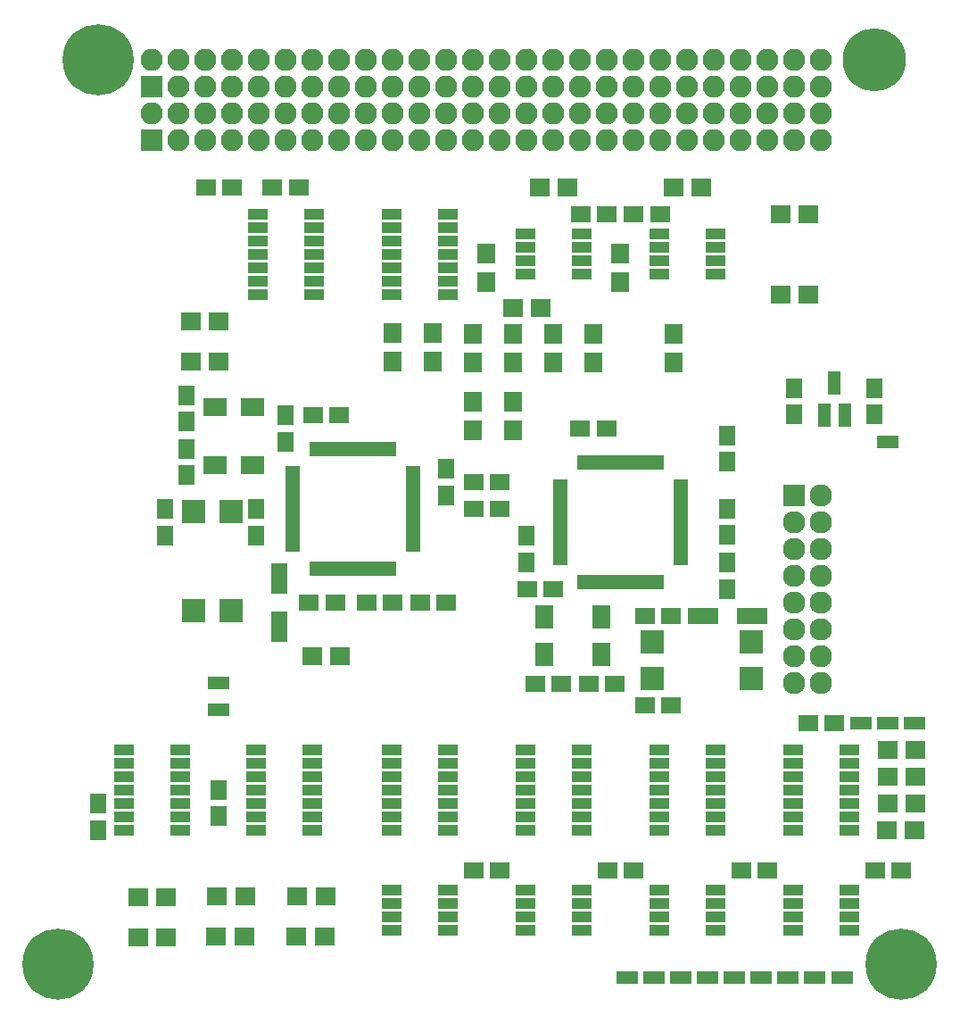
<source format=gts>
%TF.GenerationSoftware,KiCad,Pcbnew,4.0.7*%
%TF.CreationDate,2018-02-11T18:04:31-06:00*%
%TF.ProjectId,motherboard,6D6F74686572626F6172642E6B696361,rev?*%
%TF.FileFunction,Soldermask,Top*%
%FSLAX46Y46*%
G04 Gerber Fmt 4.6, Leading zero omitted, Abs format (unit mm)*
G04 Created by KiCad (PCBNEW 4.0.7) date Sun Feb 11 18:04:31 2018*
%MOMM*%
%LPD*%
G01*
G04 APERTURE LIST*
%ADD10C,0.100000*%
%ADD11R,1.900000X1.000000*%
%ADD12R,0.650000X1.400000*%
%ADD13R,1.400000X0.650000*%
%ADD14R,1.900000X1.700000*%
%ADD15R,1.650000X1.900000*%
%ADD16R,2.000000X1.200000*%
%ADD17R,1.950000X1.000000*%
%ADD18R,2.300000X1.700000*%
%ADD19R,1.900000X1.650000*%
%ADD20R,1.598880X2.998420*%
%ADD21R,1.598880X3.000960*%
%ADD22R,2.998420X1.598880*%
%ADD23R,3.000960X1.598880*%
%ADD24R,1.700000X1.900000*%
%ADD25R,1.200100X2.200860*%
%ADD26R,2.200000X2.200000*%
%ADD27R,1.700000X2.300000*%
%ADD28C,6.750000*%
%ADD29C,5.988000*%
%ADD30R,2.127200X2.127200*%
%ADD31O,2.127200X2.127200*%
%ADD32R,2.100000X2.100000*%
%ADD33O,2.100000X2.100000*%
G04 APERTURE END LIST*
D10*
D11*
X149700000Y-66040000D03*
X149700000Y-67310000D03*
X149700000Y-68580000D03*
X149700000Y-69850000D03*
X149700000Y-71120000D03*
X149700000Y-72390000D03*
X149700000Y-73660000D03*
X155100000Y-73660000D03*
X155100000Y-72390000D03*
X155100000Y-71120000D03*
X155100000Y-69850000D03*
X155100000Y-68580000D03*
X155100000Y-67310000D03*
X155100000Y-66040000D03*
D12*
X167700000Y-100950000D03*
X168200000Y-100950000D03*
X168700000Y-100950000D03*
X169200000Y-100950000D03*
X169700000Y-100950000D03*
X170200000Y-100950000D03*
X170700000Y-100950000D03*
X171200000Y-100950000D03*
X171700000Y-100950000D03*
X172200000Y-100950000D03*
X172700000Y-100950000D03*
X173200000Y-100950000D03*
X173700000Y-100950000D03*
X174200000Y-100950000D03*
X174700000Y-100950000D03*
X175200000Y-100950000D03*
D13*
X177150000Y-99000000D03*
X177150000Y-98500000D03*
X177150000Y-98000000D03*
X177150000Y-97500000D03*
X177150000Y-97000000D03*
X177150000Y-96500000D03*
X177150000Y-96000000D03*
X177150000Y-95500000D03*
X177150000Y-95000000D03*
X177150000Y-94500000D03*
X177150000Y-94000000D03*
X177150000Y-93500000D03*
X177150000Y-93000000D03*
X177150000Y-92500000D03*
X177150000Y-92000000D03*
X177150000Y-91500000D03*
D12*
X175200000Y-89550000D03*
X174700000Y-89550000D03*
X174200000Y-89550000D03*
X173700000Y-89550000D03*
X173200000Y-89550000D03*
X172700000Y-89550000D03*
X172200000Y-89550000D03*
X171700000Y-89550000D03*
X171200000Y-89550000D03*
X170700000Y-89550000D03*
X170200000Y-89550000D03*
X169700000Y-89550000D03*
X169200000Y-89550000D03*
X168700000Y-89550000D03*
X168200000Y-89550000D03*
X167700000Y-89550000D03*
D13*
X165750000Y-91500000D03*
X165750000Y-92000000D03*
X165750000Y-92500000D03*
X165750000Y-93000000D03*
X165750000Y-93500000D03*
X165750000Y-94000000D03*
X165750000Y-94500000D03*
X165750000Y-95000000D03*
X165750000Y-95500000D03*
X165750000Y-96000000D03*
X165750000Y-96500000D03*
X165750000Y-97000000D03*
X165750000Y-97500000D03*
X165750000Y-98000000D03*
X165750000Y-98500000D03*
X165750000Y-99000000D03*
X140350000Y-90230000D03*
X140350000Y-90730000D03*
X140350000Y-91230000D03*
X140350000Y-91730000D03*
X140350000Y-92230000D03*
X140350000Y-92730000D03*
X140350000Y-93230000D03*
X140350000Y-93730000D03*
X140350000Y-94230000D03*
X140350000Y-94730000D03*
X140350000Y-95230000D03*
X140350000Y-95730000D03*
X140350000Y-96230000D03*
X140350000Y-96730000D03*
X140350000Y-97230000D03*
X140350000Y-97730000D03*
D12*
X142300000Y-99680000D03*
X142800000Y-99680000D03*
X143300000Y-99680000D03*
X143800000Y-99680000D03*
X144300000Y-99680000D03*
X144800000Y-99680000D03*
X145300000Y-99680000D03*
X145800000Y-99680000D03*
X146300000Y-99680000D03*
X146800000Y-99680000D03*
X147300000Y-99680000D03*
X147800000Y-99680000D03*
X148300000Y-99680000D03*
X148800000Y-99680000D03*
X149300000Y-99680000D03*
X149800000Y-99680000D03*
D13*
X151750000Y-97730000D03*
X151750000Y-97230000D03*
X151750000Y-96730000D03*
X151750000Y-96230000D03*
X151750000Y-95730000D03*
X151750000Y-95230000D03*
X151750000Y-94730000D03*
X151750000Y-94230000D03*
X151750000Y-93730000D03*
X151750000Y-93230000D03*
X151750000Y-92730000D03*
X151750000Y-92230000D03*
X151750000Y-91730000D03*
X151750000Y-91230000D03*
X151750000Y-90730000D03*
X151750000Y-90230000D03*
D12*
X149800000Y-88280000D03*
X149300000Y-88280000D03*
X148800000Y-88280000D03*
X148300000Y-88280000D03*
X147800000Y-88280000D03*
X147300000Y-88280000D03*
X146800000Y-88280000D03*
X146300000Y-88280000D03*
X145800000Y-88280000D03*
X145300000Y-88280000D03*
X144800000Y-88280000D03*
X144300000Y-88280000D03*
X143800000Y-88280000D03*
X143300000Y-88280000D03*
X142800000Y-88280000D03*
X142300000Y-88280000D03*
D14*
X186610000Y-73660000D03*
X189310000Y-73660000D03*
D15*
X128270000Y-96500000D03*
X128270000Y-94000000D03*
D11*
X162400000Y-116840000D03*
X162400000Y-118110000D03*
X162400000Y-119380000D03*
X162400000Y-120650000D03*
X162400000Y-121920000D03*
X162400000Y-123190000D03*
X162400000Y-124460000D03*
X167800000Y-124460000D03*
X167800000Y-123190000D03*
X167800000Y-121920000D03*
X167800000Y-120650000D03*
X167800000Y-119380000D03*
X167800000Y-118110000D03*
X167800000Y-116840000D03*
D16*
X189865000Y-138430000D03*
D17*
X187800000Y-130175000D03*
X187800000Y-131445000D03*
X187800000Y-132715000D03*
X187800000Y-133985000D03*
X193200000Y-133985000D03*
X193200000Y-132715000D03*
X193200000Y-131445000D03*
X193200000Y-130175000D03*
X175100000Y-130175000D03*
X175100000Y-131445000D03*
X175100000Y-132715000D03*
X175100000Y-133985000D03*
X180500000Y-133985000D03*
X180500000Y-132715000D03*
X180500000Y-131445000D03*
X180500000Y-130175000D03*
D18*
X136497000Y-84372000D03*
X132997000Y-84372000D03*
X136497000Y-89872000D03*
X132997000Y-89872000D03*
D19*
X172700000Y-128270000D03*
X170200000Y-128270000D03*
D15*
X139700000Y-85110000D03*
X139700000Y-87610000D03*
D19*
X141879000Y-102870000D03*
X144379000Y-102870000D03*
X149840000Y-102870000D03*
X147340000Y-102870000D03*
X154920000Y-102870000D03*
X152420000Y-102870000D03*
D15*
X154940000Y-92690000D03*
X154940000Y-90190000D03*
X130302000Y-85705000D03*
X130302000Y-83205000D03*
X130302000Y-88285000D03*
X130302000Y-90785000D03*
D19*
X144760000Y-85090000D03*
X142260000Y-85090000D03*
D15*
X136906000Y-96500000D03*
X136906000Y-94000000D03*
X187960000Y-85050000D03*
X187960000Y-82550000D03*
X195580000Y-85050000D03*
X195580000Y-82550000D03*
D19*
X162580000Y-101600000D03*
X165080000Y-101600000D03*
D15*
X181610000Y-101580000D03*
X181610000Y-99080000D03*
X181610000Y-87015000D03*
X181610000Y-89515000D03*
X181610000Y-96480000D03*
X181610000Y-93980000D03*
D19*
X170140000Y-86360000D03*
X167640000Y-86360000D03*
X165842000Y-110617000D03*
X163342000Y-110617000D03*
X168422000Y-110617000D03*
X170922000Y-110617000D03*
D15*
X162560000Y-96560000D03*
X162560000Y-99060000D03*
D19*
X176256000Y-112649000D03*
X173756000Y-112649000D03*
X176256000Y-104140000D03*
X173756000Y-104140000D03*
X160000000Y-128270000D03*
X157500000Y-128270000D03*
X185400000Y-128270000D03*
X182900000Y-128270000D03*
X198100000Y-128270000D03*
X195600000Y-128270000D03*
D20*
X139065000Y-100568760D03*
D21*
X139065000Y-105171240D03*
D22*
X179308760Y-104140000D03*
D23*
X183911240Y-104140000D03*
D24*
X176530000Y-80090000D03*
X176530000Y-77390000D03*
D14*
X144860000Y-107950000D03*
X142160000Y-107950000D03*
D24*
X168910000Y-80090000D03*
X168910000Y-77390000D03*
X165100000Y-80090000D03*
X165100000Y-77390000D03*
X161290000Y-86520000D03*
X161290000Y-83820000D03*
X157480000Y-86520000D03*
X157480000Y-83820000D03*
X157480000Y-80090000D03*
X157480000Y-77390000D03*
X153670000Y-80010000D03*
X153670000Y-77310000D03*
X149860000Y-80010000D03*
X149860000Y-77310000D03*
D14*
X125650000Y-134620000D03*
X128350000Y-134620000D03*
X133137137Y-130758947D03*
X135837137Y-130758947D03*
X133057137Y-134568947D03*
X135757137Y-134568947D03*
X140757137Y-130758947D03*
X143457137Y-130758947D03*
X140677137Y-134568947D03*
X143377137Y-134568947D03*
X125650000Y-130810000D03*
X128350000Y-130810000D03*
D24*
X161290000Y-80090000D03*
X161290000Y-77390000D03*
D14*
X186610000Y-66040000D03*
X189310000Y-66040000D03*
D24*
X158750000Y-69770000D03*
X158750000Y-72470000D03*
D14*
X161210000Y-74930000D03*
X163910000Y-74930000D03*
D24*
X171450000Y-69770000D03*
X171450000Y-72470000D03*
D14*
X163750000Y-63500000D03*
X166450000Y-63500000D03*
X179150000Y-63500000D03*
X176450000Y-63500000D03*
D16*
X194310000Y-114300000D03*
X196850000Y-114300000D03*
X199390000Y-114300000D03*
X196850000Y-87630000D03*
X133350000Y-110490000D03*
X133350000Y-113030000D03*
X172085000Y-138430000D03*
X174625000Y-138430000D03*
X184785000Y-138430000D03*
X179705000Y-138430000D03*
X182245000Y-138430000D03*
X177165000Y-138430000D03*
X187325000Y-138430000D03*
X192532000Y-138430000D03*
D25*
X190820000Y-85090000D03*
X192720000Y-85090000D03*
X191770000Y-82087720D03*
D11*
X187800000Y-116840000D03*
X187800000Y-118110000D03*
X187800000Y-119380000D03*
X187800000Y-120650000D03*
X187800000Y-121920000D03*
X187800000Y-123190000D03*
X187800000Y-124460000D03*
X193200000Y-124460000D03*
X193200000Y-123190000D03*
X193200000Y-121920000D03*
X193200000Y-120650000D03*
X193200000Y-119380000D03*
X193200000Y-118110000D03*
X193200000Y-116840000D03*
X137000000Y-66040000D03*
X137000000Y-67310000D03*
X137000000Y-68580000D03*
X137000000Y-69850000D03*
X137000000Y-71120000D03*
X137000000Y-72390000D03*
X137000000Y-73660000D03*
X142400000Y-73660000D03*
X142400000Y-72390000D03*
X142400000Y-71120000D03*
X142400000Y-69850000D03*
X142400000Y-68580000D03*
X142400000Y-67310000D03*
X142400000Y-66040000D03*
D17*
X149700000Y-130175000D03*
X149700000Y-131445000D03*
X149700000Y-132715000D03*
X149700000Y-133985000D03*
X155100000Y-133985000D03*
X155100000Y-132715000D03*
X155100000Y-131445000D03*
X155100000Y-130175000D03*
X162400000Y-130175000D03*
X162400000Y-131445000D03*
X162400000Y-132715000D03*
X162400000Y-133985000D03*
X167800000Y-133985000D03*
X167800000Y-132715000D03*
X167800000Y-131445000D03*
X167800000Y-130175000D03*
D11*
X149700000Y-116840000D03*
X149700000Y-118110000D03*
X149700000Y-119380000D03*
X149700000Y-120650000D03*
X149700000Y-121920000D03*
X149700000Y-123190000D03*
X149700000Y-124460000D03*
X155100000Y-124460000D03*
X155100000Y-123190000D03*
X155100000Y-121920000D03*
X155100000Y-120650000D03*
X155100000Y-119380000D03*
X155100000Y-118110000D03*
X155100000Y-116840000D03*
X124300000Y-116840000D03*
X124300000Y-118110000D03*
X124300000Y-119380000D03*
X124300000Y-120650000D03*
X124300000Y-121920000D03*
X124300000Y-123190000D03*
X124300000Y-124460000D03*
X129700000Y-124460000D03*
X129700000Y-123190000D03*
X129700000Y-121920000D03*
X129700000Y-120650000D03*
X129700000Y-119380000D03*
X129700000Y-118110000D03*
X129700000Y-116840000D03*
D17*
X162400000Y-67945000D03*
X162400000Y-69215000D03*
X162400000Y-70485000D03*
X162400000Y-71755000D03*
X167800000Y-71755000D03*
X167800000Y-70485000D03*
X167800000Y-69215000D03*
X167800000Y-67945000D03*
X175100000Y-67945000D03*
X175100000Y-69215000D03*
X175100000Y-70485000D03*
X175100000Y-71755000D03*
X180500000Y-71755000D03*
X180500000Y-70485000D03*
X180500000Y-69215000D03*
X180500000Y-67945000D03*
D11*
X175100000Y-116840000D03*
X175100000Y-118110000D03*
X175100000Y-119380000D03*
X175100000Y-120650000D03*
X175100000Y-121920000D03*
X175100000Y-123190000D03*
X175100000Y-124460000D03*
X180500000Y-124460000D03*
X180500000Y-123190000D03*
X180500000Y-121920000D03*
X180500000Y-120650000D03*
X180500000Y-119380000D03*
X180500000Y-118110000D03*
X180500000Y-116840000D03*
X136840000Y-116840000D03*
X136840000Y-118110000D03*
X136840000Y-119380000D03*
X136840000Y-120650000D03*
X136840000Y-121920000D03*
X136840000Y-123190000D03*
X136840000Y-124460000D03*
X142240000Y-124460000D03*
X142240000Y-123190000D03*
X142240000Y-121920000D03*
X142240000Y-120650000D03*
X142240000Y-119380000D03*
X142240000Y-118110000D03*
X142240000Y-116840000D03*
D26*
X134465000Y-94233000D03*
X130965000Y-94233000D03*
X134465000Y-103633000D03*
X130965000Y-103633000D03*
D27*
X164172000Y-104267000D03*
X164172000Y-107767000D03*
X169672000Y-104267000D03*
X169672000Y-107767000D03*
D26*
X174497000Y-106581000D03*
X174497000Y-110081000D03*
X183897000Y-106581000D03*
X183897000Y-110081000D03*
D28*
X118110000Y-137160000D03*
X198120000Y-137160000D03*
D29*
X195580000Y-51435000D03*
D28*
X121920000Y-51435000D03*
D30*
X187960000Y-92710000D03*
D31*
X190500000Y-92710000D03*
X187960000Y-95250000D03*
X190500000Y-95250000D03*
X187960000Y-97790000D03*
X190500000Y-97790000D03*
X187960000Y-100330000D03*
X190500000Y-100330000D03*
X187960000Y-102870000D03*
X190500000Y-102870000D03*
X187960000Y-105410000D03*
X190500000Y-105410000D03*
X187960000Y-107950000D03*
X190500000Y-107950000D03*
X187960000Y-110490000D03*
X190500000Y-110490000D03*
D19*
X160020000Y-91440000D03*
X157520000Y-91440000D03*
X157520000Y-93980000D03*
X160020000Y-93980000D03*
X191770000Y-114300000D03*
X189270000Y-114300000D03*
D15*
X121920000Y-121960000D03*
X121920000Y-124460000D03*
D19*
X167660000Y-66040000D03*
X170160000Y-66040000D03*
X175220000Y-66040000D03*
X172720000Y-66040000D03*
D15*
X133350000Y-120650000D03*
X133350000Y-123150000D03*
D14*
X196690000Y-124460000D03*
X199390000Y-124460000D03*
X196770000Y-121920000D03*
X199470000Y-121920000D03*
X196770000Y-119380000D03*
X199470000Y-119380000D03*
X196770000Y-116840000D03*
X199470000Y-116840000D03*
X130650000Y-80010000D03*
X133350000Y-80010000D03*
X130650000Y-76200000D03*
X133350000Y-76200000D03*
D19*
X140930000Y-63500000D03*
X138430000Y-63500000D03*
X132120000Y-63500000D03*
X134620000Y-63500000D03*
D32*
X127000000Y-59055000D03*
D33*
X127000000Y-56515000D03*
X129540000Y-59055000D03*
X129540000Y-56515000D03*
X132080000Y-59055000D03*
X132080000Y-56515000D03*
X134620000Y-59055000D03*
X134620000Y-56515000D03*
X137160000Y-59055000D03*
X137160000Y-56515000D03*
X139700000Y-59055000D03*
X139700000Y-56515000D03*
X142240000Y-59055000D03*
X142240000Y-56515000D03*
X144780000Y-59055000D03*
X144780000Y-56515000D03*
X147320000Y-59055000D03*
X147320000Y-56515000D03*
X149860000Y-59055000D03*
X149860000Y-56515000D03*
X152400000Y-59055000D03*
X152400000Y-56515000D03*
X154940000Y-59055000D03*
X154940000Y-56515000D03*
X157480000Y-59055000D03*
X157480000Y-56515000D03*
X160020000Y-59055000D03*
X160020000Y-56515000D03*
X162560000Y-59055000D03*
X162560000Y-56515000D03*
X165100000Y-59055000D03*
X165100000Y-56515000D03*
X167640000Y-59055000D03*
X167640000Y-56515000D03*
X170180000Y-59055000D03*
X170180000Y-56515000D03*
X172720000Y-59055000D03*
X172720000Y-56515000D03*
X175260000Y-59055000D03*
X175260000Y-56515000D03*
X177800000Y-59055000D03*
X177800000Y-56515000D03*
X180340000Y-59055000D03*
X180340000Y-56515000D03*
X182880000Y-59055000D03*
X182880000Y-56515000D03*
X185420000Y-59055000D03*
X185420000Y-56515000D03*
X187960000Y-59055000D03*
X187960000Y-56515000D03*
X190500000Y-59055000D03*
X190500000Y-56515000D03*
D32*
X127000000Y-53975000D03*
D33*
X127000000Y-51435000D03*
X129540000Y-53975000D03*
X129540000Y-51435000D03*
X132080000Y-53975000D03*
X132080000Y-51435000D03*
X134620000Y-53975000D03*
X134620000Y-51435000D03*
X137160000Y-53975000D03*
X137160000Y-51435000D03*
X139700000Y-53975000D03*
X139700000Y-51435000D03*
X142240000Y-53975000D03*
X142240000Y-51435000D03*
X144780000Y-53975000D03*
X144780000Y-51435000D03*
X147320000Y-53975000D03*
X147320000Y-51435000D03*
X149860000Y-53975000D03*
X149860000Y-51435000D03*
X152400000Y-53975000D03*
X152400000Y-51435000D03*
X154940000Y-53975000D03*
X154940000Y-51435000D03*
X157480000Y-53975000D03*
X157480000Y-51435000D03*
X160020000Y-53975000D03*
X160020000Y-51435000D03*
X162560000Y-53975000D03*
X162560000Y-51435000D03*
X165100000Y-53975000D03*
X165100000Y-51435000D03*
X167640000Y-53975000D03*
X167640000Y-51435000D03*
X170180000Y-53975000D03*
X170180000Y-51435000D03*
X172720000Y-53975000D03*
X172720000Y-51435000D03*
X175260000Y-53975000D03*
X175260000Y-51435000D03*
X177800000Y-53975000D03*
X177800000Y-51435000D03*
X180340000Y-53975000D03*
X180340000Y-51435000D03*
X182880000Y-53975000D03*
X182880000Y-51435000D03*
X185420000Y-53975000D03*
X185420000Y-51435000D03*
X187960000Y-53975000D03*
X187960000Y-51435000D03*
X190500000Y-53975000D03*
X190500000Y-51435000D03*
M02*

</source>
